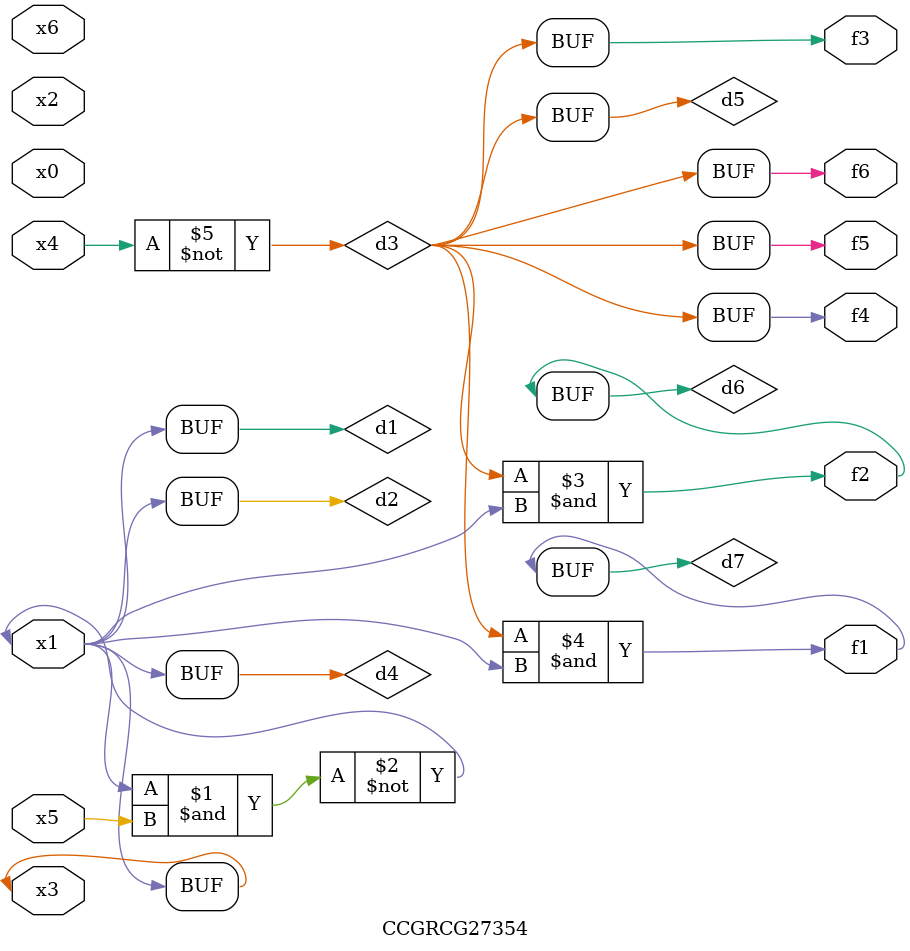
<source format=v>
module CCGRCG27354(
	input x0, x1, x2, x3, x4, x5, x6,
	output f1, f2, f3, f4, f5, f6
);

	wire d1, d2, d3, d4, d5, d6, d7;

	buf (d1, x1, x3);
	nand (d2, x1, x5);
	not (d3, x4);
	buf (d4, d1, d2);
	buf (d5, d3);
	and (d6, d3, d4);
	and (d7, d3, d4);
	assign f1 = d7;
	assign f2 = d6;
	assign f3 = d5;
	assign f4 = d5;
	assign f5 = d5;
	assign f6 = d5;
endmodule

</source>
